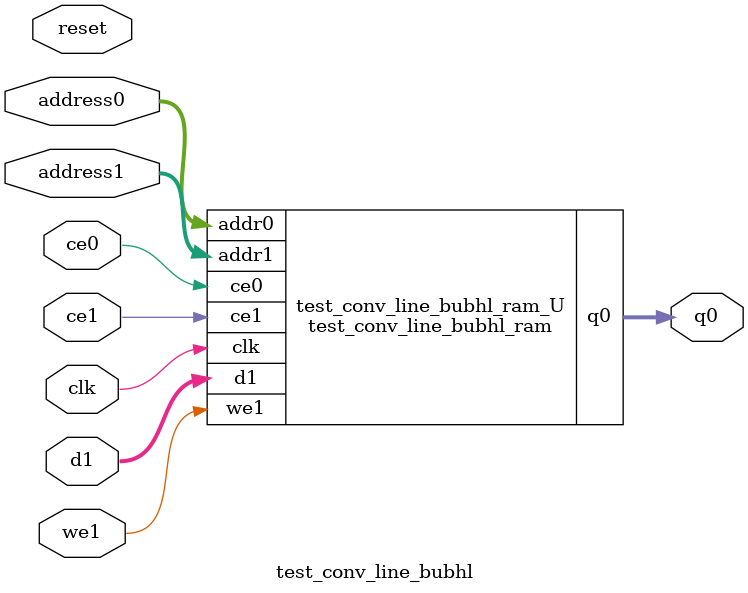
<source format=v>
`timescale 1 ns / 1 ps
module test_conv_line_bubhl_ram (addr0, ce0, q0, addr1, ce1, d1, we1,  clk);

parameter DWIDTH = 4;
parameter AWIDTH = 15;
parameter MEM_SIZE = 20608;

input[AWIDTH-1:0] addr0;
input ce0;
output reg[DWIDTH-1:0] q0;
input[AWIDTH-1:0] addr1;
input ce1;
input[DWIDTH-1:0] d1;
input we1;
input clk;

(* ram_style = "block" *)reg [DWIDTH-1:0] ram[0:MEM_SIZE-1];




always @(posedge clk)  
begin 
    if (ce0) begin
        q0 <= ram[addr0];
    end
end


always @(posedge clk)  
begin 
    if (ce1) begin
        if (we1) 
            ram[addr1] <= d1; 
    end
end


endmodule

`timescale 1 ns / 1 ps
module test_conv_line_bubhl(
    reset,
    clk,
    address0,
    ce0,
    q0,
    address1,
    ce1,
    we1,
    d1);

parameter DataWidth = 32'd4;
parameter AddressRange = 32'd20608;
parameter AddressWidth = 32'd15;
input reset;
input clk;
input[AddressWidth - 1:0] address0;
input ce0;
output[DataWidth - 1:0] q0;
input[AddressWidth - 1:0] address1;
input ce1;
input we1;
input[DataWidth - 1:0] d1;



test_conv_line_bubhl_ram test_conv_line_bubhl_ram_U(
    .clk( clk ),
    .addr0( address0 ),
    .ce0( ce0 ),
    .q0( q0 ),
    .addr1( address1 ),
    .ce1( ce1 ),
    .we1( we1 ),
    .d1( d1 ));

endmodule


</source>
